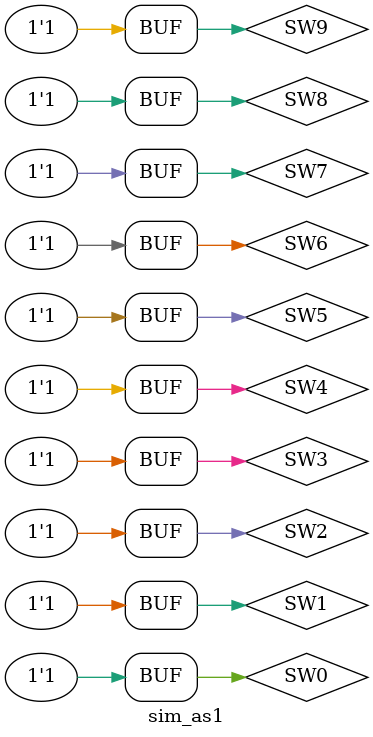
<source format=v>
`timescale 1ns / 1ps


module sim_as1(

    );
    
    // initialise inputs
    reg SW0, SW1, SW2, SW3, SW4, SW5, SW6, SW7, SW8, SW9;
    
    // initialise outputs
    wire LD0, LD1, LD2, LD3, LD4, LD5, LD6, LD7, LD8, LD9, LD15, SEG0, SEG1, SEG2, SEG3, SEG4, SEG5, SEG6, DP, AN0, AN1, AN2, AN3;

    // call function
    as1 simulate(SW0, SW1, SW2, SW3, SW4, SW5, SW6, SW7, SW8, SW9, LD0, LD1, LD2, LD3, LD4, LD5, LD6, LD7, LD8, LD9, LD15, SEG0, SEG1, SEG2, SEG3, SEG4, SEG5, SEG6, DP, AN0, AN1, AN2, AN3);
    
    // start the simulation
    initial begin
        SW0=1; SW1=0; SW2=0; SW3=0; SW4=0; SW5=0; SW6=0; SW7=0; SW8=0; SW9=0; #10;
        SW0=0; SW1=1; SW2=0; SW3=0; SW4=0; SW5=0; SW6=0; SW7=0; SW8=0; SW9=0; #10;
        SW0=0; SW1=0; SW2=1; SW3=0; SW4=0; SW5=0; SW6=0; SW7=0; SW8=0; SW9=0; #10;
        SW0=0; SW1=0; SW2=0; SW3=1; SW4=0; SW5=0; SW6=0; SW7=0; SW8=0; SW9=0; #10;
        SW0=0; SW1=0; SW2=0; SW3=0; SW4=1; SW5=0; SW6=0; SW7=0; SW8=0; SW9=0; #10;
        SW0=0; SW1=0; SW2=0; SW3=0; SW4=0; SW5=1; SW6=0; SW7=0; SW8=0; SW9=0; #10;
        SW0=0; SW1=0; SW2=0; SW3=0; SW4=0; SW5=0; SW6=1; SW7=0; SW8=0; SW9=0; #10;
        SW0=0; SW1=0; SW2=0; SW3=0; SW4=0; SW5=0; SW6=0; SW7=1; SW8=0; SW9=0; #10;
        SW0=0; SW1=0; SW2=0; SW3=0; SW4=0; SW5=0; SW6=0; SW7=0; SW8=1; SW9=0; #10;
        SW0=0; SW1=0; SW2=0; SW3=0; SW4=0; SW5=0; SW6=0; SW7=0; SW8=0; SW9=1; #10;
        SW0=0; SW1=1; SW2=0; SW3=1; SW4=0; SW5=0; SW6=1; SW7=0; SW8=0; SW9=0; #10;
        SW0=0; SW1=0; SW2=1; SW3=0; SW4=1; SW5=1; SW6=0; SW7=0; SW8=1; SW9=0; #10;
        SW0=1; SW1=1; SW2=1; SW3=1; SW4=1; SW5=1; SW6=1; SW7=1; SW8=1; SW9=1; #10;
    end
endmodule

</source>
